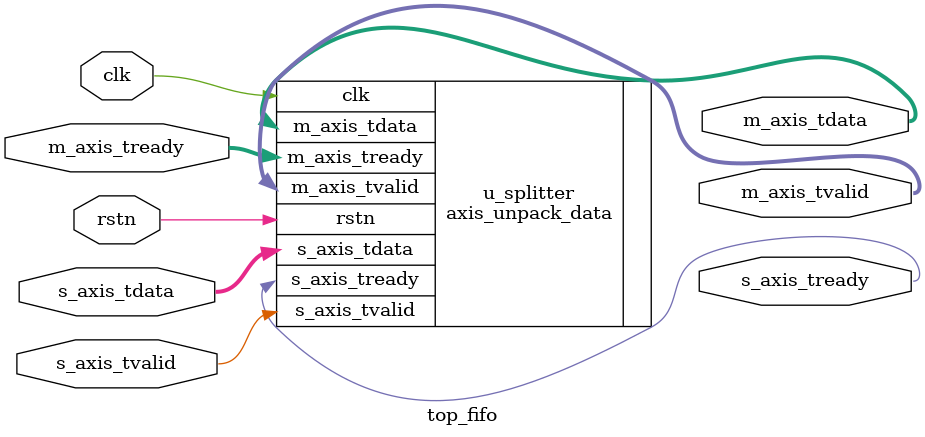
<source format=v>
`timescale 1ns/1ps

module top_fifo #(
    parameter KERNEL_SIZE = 3,
    parameter DATA_WIDTH   = 8,
    parameter FIFO_DEPTH  = 4,
    parameter PTR_WIDTH   = 2
)(
    input clk,
    input rstn,

    // --- AXI Stream Slave Interface (Connects to your Master) ---
    input  [(KERNEL_SIZE*DATA_WIDTH)-1:0] s_axis_tdata,
    input                                s_axis_tvalid,
    output                               s_axis_tready,

    // --- Interface for the logic that will USE the FIFO data ---
    // These would connect to your Kernel/Processing logic
    input  [KERNEL_SIZE-1:0]             m_axis_tready,
    output [(KERNEL_SIZE*DATA_WIDTH)-1:0] m_axis_tdata,
    output [KERNEL_SIZE-1:0]             m_axis_tvalid
);

    // Instantiate the Splitter Module
    // This acts as the "Glue" between the Master and the individual FIFOs
    axis_unpack_data #(
        .KERNEL_SIZE(KERNEL_SIZE),
        .DATA_WIDTH(DATA_WIDTH),
        .DEPTH(FIFO_DEPTH),
        .PTR_WIDTH(PTR_WIDTH) // Automatic calculation of pointer width
    ) u_splitter (
        .clk(clk),
        .rstn(rstn),

        // Slave Port (Filling side)
        .s_axis_tdata (s_axis_tdata),
        .s_axis_tvalid(s_axis_tvalid),
        .s_axis_tready(s_axis_tready),

        // Master Port (Reading side)
        .m_axis_tready(m_axis_tready),
        .m_axis_tdata (m_axis_tdata),
        .m_axis_tvalid(m_axis_tvalid)
    );

endmodule

</source>
